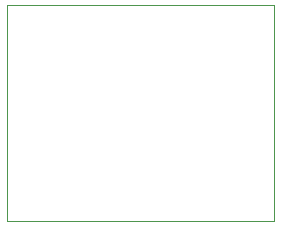
<source format=gbr>
%TF.GenerationSoftware,KiCad,Pcbnew,(5.1.10)-1*%
%TF.CreationDate,2021-07-26T18:41:30-05:00*%
%TF.ProjectId,LDC1314-Breakout,4c444331-3331-4342-9d42-7265616b6f75,rev?*%
%TF.SameCoordinates,Original*%
%TF.FileFunction,Profile,NP*%
%FSLAX46Y46*%
G04 Gerber Fmt 4.6, Leading zero omitted, Abs format (unit mm)*
G04 Created by KiCad (PCBNEW (5.1.10)-1) date 2021-07-26 18:41:30*
%MOMM*%
%LPD*%
G01*
G04 APERTURE LIST*
%TA.AperFunction,Profile*%
%ADD10C,0.050000*%
%TD*%
G04 APERTURE END LIST*
D10*
X173990000Y-106426000D02*
X173990000Y-107188000D01*
X151384000Y-106426000D02*
X173990000Y-106426000D01*
X151384000Y-124714000D02*
X151384000Y-106426000D01*
X173990000Y-124714000D02*
X173990000Y-107188000D01*
X151384000Y-124714000D02*
X173990000Y-124714000D01*
M02*

</source>
